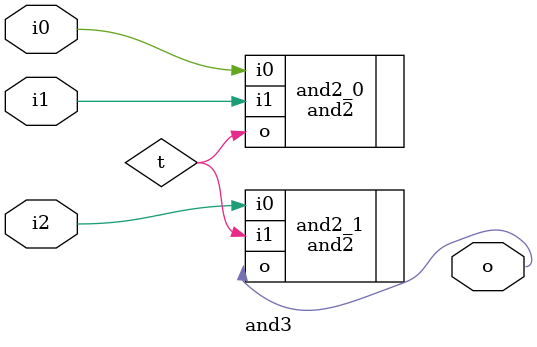
<source format=v>
module and3 (
    input wire i0,       // in operand i0
    input wire i1,       // in operand i1
    input wire i2,       // in operand i2
    
    output wire o        // out signal o
);

    wire t;

    and2 and2_0 (
        .i0(i0),
        .i1(i1),
        .o(t)
    ); // Module

    and2 and2_1 (
        .i0(i2),
        .i1(t),
        .o(o)
    ); // Module

endmodule
</source>
